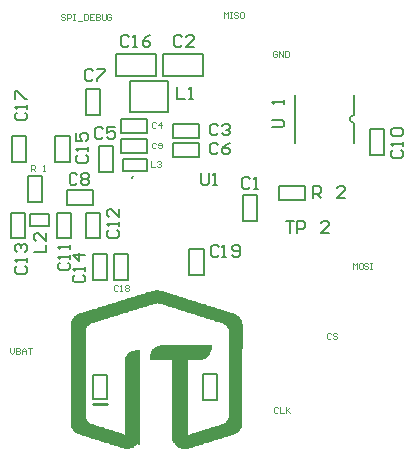
<source format=gto>
%FSLAX44Y44*%
%MOMM*%
G71*
G01*
G75*
G04 Layer_Color=65535*
%ADD10R,0.6000X0.5000*%
%ADD11R,0.5000X0.6000*%
%ADD12R,0.5000X0.5000*%
%ADD13R,1.4000X1.2000*%
%ADD14R,0.2500X0.5000*%
%ADD15C,1.5000*%
%ADD16R,0.2500X0.4000*%
%ADD17R,0.4000X0.2500*%
%ADD18R,3.2000X3.2000*%
%ADD19R,0.5590X1.1940*%
%ADD20R,0.9000X1.3000*%
%ADD21R,0.6000X1.2000*%
%ADD22R,0.6000X2.0000*%
%ADD23C,4.0000*%
%ADD24C,0.2000*%
%ADD25C,0.1500*%
%ADD26C,0.3000*%
%ADD27C,0.5000*%
%ADD28C,0.4500*%
%ADD29R,6.0700X6.0700*%
%ADD30C,0.2540*%
%ADD31C,0.0508*%
%ADD32C,0.1000*%
D24*
X163000Y76425D02*
G03*
X163000Y70075I0J-3175D01*
G01*
X35750Y-165000D02*
X47750D01*
X35750D02*
Y-143000D01*
X47750D01*
Y-165000D02*
Y-143000D01*
X-58000Y-143750D02*
X-46000D01*
Y-163750D02*
Y-143750D01*
X-58000Y-163750D02*
X-46000D01*
X-58000D02*
Y-143750D01*
X-33750Y61250D02*
Y73250D01*
X-11750D01*
Y61250D02*
Y73250D01*
X-33750Y61250D02*
X-11750D01*
X-33500Y44500D02*
Y56500D01*
X-11500D01*
Y44500D02*
Y56500D01*
X-33500Y44500D02*
X-11500D01*
X-32000Y29250D02*
X-12000D01*
Y39250D01*
X-32000D02*
X-12000D01*
X-32000Y29250D02*
Y39250D01*
X-126500Y36750D02*
X-114500D01*
X-126500D02*
Y58750D01*
X-114500D01*
Y36750D02*
Y58750D01*
X-89500Y36750D02*
X-77500D01*
X-89500D02*
Y58750D01*
X-77500D01*
Y36750D02*
Y58750D01*
X-52750Y50250D02*
X-40750D01*
Y28250D02*
Y50250D01*
X-52750Y28250D02*
X-40750D01*
X-52750D02*
Y50250D01*
X-79750Y750D02*
Y12750D01*
X-57750D01*
Y750D02*
Y12750D01*
X-79750Y750D02*
X-57750D01*
X-63500Y-28000D02*
X-51500D01*
X-63500D02*
Y-6000D01*
X-51500D01*
Y-28000D02*
Y-6000D01*
X-88000Y-28000D02*
X-76000D01*
X-88000D02*
Y-6000D01*
X-76000D01*
Y-28000D02*
Y-6000D01*
X-111000Y-17000D02*
X-95000D01*
Y-7000D01*
X-111000D02*
X-95000D01*
X-111000Y-17000D02*
Y-7000D01*
X-127000Y-28000D02*
X-115000D01*
X-127000D02*
Y-6000D01*
X-115000D01*
Y-28000D02*
Y-6000D01*
X-112500Y2750D02*
Y24750D01*
Y2750D02*
X-100500D01*
Y24750D01*
X-112500D02*
X-100500D01*
X-58000Y-63000D02*
X-46000D01*
X-58000D02*
Y-41000D01*
X-46000D01*
Y-63000D02*
Y-41000D01*
X-40000Y-41250D02*
X-28000D01*
Y-63250D02*
Y-41250D01*
X-40000Y-63250D02*
X-28000D01*
X-40000D02*
Y-41250D01*
X24000Y-59000D02*
X36000D01*
X24000D02*
Y-37000D01*
X36000D01*
Y-59000D02*
Y-37000D01*
X99500Y4750D02*
X121500D01*
Y16750D01*
X99500D02*
X121500D01*
X99500Y4750D02*
Y16750D01*
X69500Y8500D02*
X81500D01*
Y-13500D02*
Y8500D01*
X69500Y-13500D02*
X81500D01*
X69500D02*
Y8500D01*
X-24570Y23570D02*
X-23570Y24570D01*
X177000Y64500D02*
X189000D01*
Y42500D02*
Y64500D01*
X177000Y42500D02*
X189000D01*
X177000D02*
Y64500D01*
X163000Y76425D02*
Y93250D01*
Y53250D02*
Y70075D01*
X113000Y53250D02*
Y93250D01*
X-4500Y110000D02*
Y128000D01*
X-38500Y110000D02*
X-4500D01*
X-38500D02*
Y128000D01*
X-4500D01*
X-63750Y76250D02*
X-51750D01*
X-63750D02*
Y98250D01*
X-51750D01*
Y76250D02*
Y98250D01*
X-26500Y105000D02*
X5500D01*
X-26500Y79000D02*
Y105000D01*
Y79000D02*
X5500D01*
Y105000D01*
X1500Y110000D02*
Y128000D01*
X35500D01*
Y110000D02*
Y128000D01*
X1500Y110000D02*
X35500D01*
X32000Y40750D02*
Y52750D01*
X10000Y40750D02*
X32000D01*
X10000D02*
Y52750D01*
X32000D01*
X31750Y57250D02*
Y69250D01*
X9750Y57250D02*
X31750D01*
X9750D02*
Y69250D01*
X31750D01*
X-121581Y78664D02*
X-123247Y76998D01*
Y73666D01*
X-121581Y72000D01*
X-114916D01*
X-113250Y73666D01*
Y76998D01*
X-114916Y78664D01*
X-113250Y81997D02*
Y85329D01*
Y83663D01*
X-123247D01*
X-121581Y81997D01*
X-123247Y90327D02*
Y96992D01*
X-121581D01*
X-114916Y90327D01*
X-113250D01*
X-70331Y42664D02*
X-71997Y40998D01*
Y37666D01*
X-70331Y36000D01*
X-63666D01*
X-62000Y37666D01*
Y40998D01*
X-63666Y42664D01*
X-62000Y45997D02*
Y49329D01*
Y47663D01*
X-71997D01*
X-70331Y45997D01*
X-71997Y60992D02*
Y54327D01*
X-66998D01*
X-68664Y57660D01*
Y59326D01*
X-66998Y60992D01*
X-63666D01*
X-62000Y59326D01*
Y55994D01*
X-63666Y54327D01*
X-48836Y64331D02*
X-50502Y65997D01*
X-53834D01*
X-55500Y64331D01*
Y57666D01*
X-53834Y56000D01*
X-50502D01*
X-48836Y57666D01*
X-38839Y65997D02*
X-45503D01*
Y60998D01*
X-42171Y62664D01*
X-40505D01*
X-38839Y60998D01*
Y57666D01*
X-40505Y56000D01*
X-43837D01*
X-45503Y57666D01*
X-70835Y25831D02*
X-72502Y27497D01*
X-75834D01*
X-77500Y25831D01*
Y19166D01*
X-75834Y17500D01*
X-72502D01*
X-70835Y19166D01*
X-67503Y25831D02*
X-65837Y27497D01*
X-62505D01*
X-60839Y25831D01*
Y24165D01*
X-62505Y22498D01*
X-60839Y20832D01*
Y19166D01*
X-62505Y17500D01*
X-65837D01*
X-67503Y19166D01*
Y20832D01*
X-65837Y22498D01*
X-67503Y24165D01*
Y25831D01*
X-65837Y22498D02*
X-62505D01*
X-44331Y-21086D02*
X-45997Y-22752D01*
Y-26084D01*
X-44331Y-27750D01*
X-37666D01*
X-36000Y-26084D01*
Y-22752D01*
X-37666Y-21086D01*
X-36000Y-17753D02*
Y-14421D01*
Y-16087D01*
X-45997D01*
X-44331Y-17753D01*
X-36000Y-2758D02*
Y-9423D01*
X-42664Y-2758D01*
X-44331D01*
X-45997Y-4424D01*
Y-7756D01*
X-44331Y-9423D01*
X-85831Y-48335D02*
X-87497Y-50002D01*
Y-53334D01*
X-85831Y-55000D01*
X-79166D01*
X-77500Y-53334D01*
Y-50002D01*
X-79166Y-48335D01*
X-77500Y-45003D02*
Y-41671D01*
Y-43337D01*
X-87497D01*
X-85831Y-45003D01*
X-77500Y-36673D02*
Y-33340D01*
Y-35006D01*
X-87497D01*
X-85831Y-36673D01*
X-107497Y-39750D02*
X-97500D01*
Y-33085D01*
Y-23089D02*
Y-29753D01*
X-104164Y-23089D01*
X-105831D01*
X-107497Y-24755D01*
Y-28087D01*
X-105831Y-29753D01*
X-121831Y-51086D02*
X-123497Y-52752D01*
Y-56084D01*
X-121831Y-57750D01*
X-115166D01*
X-113500Y-56084D01*
Y-52752D01*
X-115166Y-51086D01*
X-113500Y-47753D02*
Y-44421D01*
Y-46087D01*
X-123497D01*
X-121831Y-47753D01*
Y-39423D02*
X-123497Y-37756D01*
Y-34424D01*
X-121831Y-32758D01*
X-120164D01*
X-118498Y-34424D01*
Y-36090D01*
Y-34424D01*
X-116832Y-32758D01*
X-115166D01*
X-113500Y-34424D01*
Y-37756D01*
X-115166Y-39423D01*
X-72581Y-58586D02*
X-74247Y-60252D01*
Y-63584D01*
X-72581Y-65250D01*
X-65916D01*
X-64250Y-63584D01*
Y-60252D01*
X-65916Y-58586D01*
X-64250Y-55253D02*
Y-51921D01*
Y-53587D01*
X-74247D01*
X-72581Y-55253D01*
X-64250Y-41924D02*
X-74247D01*
X-69248Y-46923D01*
Y-40258D01*
X48664Y-35419D02*
X46998Y-33753D01*
X43666D01*
X42000Y-35419D01*
Y-42084D01*
X43666Y-43750D01*
X46998D01*
X48664Y-42084D01*
X51997Y-43750D02*
X55329D01*
X53663D01*
Y-33753D01*
X51997Y-35419D01*
X60327Y-42084D02*
X61994Y-43750D01*
X65326D01*
X66992Y-42084D01*
Y-35419D01*
X65326Y-33753D01*
X61994D01*
X60327Y-35419D01*
Y-37085D01*
X61994Y-38752D01*
X66992D01*
X129000Y6250D02*
Y16247D01*
X133998D01*
X135665Y14581D01*
Y11248D01*
X133998Y9582D01*
X129000D01*
X132332D02*
X135665Y6250D01*
X155658D02*
X148994D01*
X155658Y12915D01*
Y14581D01*
X153992Y16247D01*
X150660D01*
X148994Y14581D01*
X105500Y-13003D02*
X112164D01*
X108832D01*
Y-23000D01*
X115497D02*
Y-13003D01*
X120495D01*
X122161Y-14669D01*
Y-18002D01*
X120495Y-19668D01*
X115497D01*
X142155Y-23000D02*
X135490D01*
X142155Y-16336D01*
Y-14669D01*
X140489Y-13003D01*
X137156D01*
X135490Y-14669D01*
X75415Y22331D02*
X73748Y23997D01*
X70416D01*
X68750Y22331D01*
Y15666D01*
X70416Y14000D01*
X73748D01*
X75415Y15666D01*
X78747Y14000D02*
X82079D01*
X80413D01*
Y23997D01*
X78747Y22331D01*
X34250Y27497D02*
Y19166D01*
X35916Y17500D01*
X39248D01*
X40915Y19166D01*
Y27497D01*
X44247Y17500D02*
X47579D01*
X45913D01*
Y27497D01*
X44247Y25831D01*
X196419Y47165D02*
X194753Y45498D01*
Y42166D01*
X196419Y40500D01*
X203084D01*
X204750Y42166D01*
Y45498D01*
X203084Y47165D01*
X204750Y50497D02*
Y53829D01*
Y52163D01*
X194753D01*
X196419Y50497D01*
Y58827D02*
X194753Y60494D01*
Y63826D01*
X196419Y65492D01*
X203084D01*
X204750Y63826D01*
Y60494D01*
X203084Y58827D01*
X196419D01*
X93753Y66000D02*
X102084D01*
X103750Y67666D01*
Y70998D01*
X102084Y72664D01*
X93753D01*
X103750Y85994D02*
Y89326D01*
Y87660D01*
X93753D01*
X95419Y85994D01*
X-27336Y142831D02*
X-29002Y144497D01*
X-32334D01*
X-34000Y142831D01*
Y136166D01*
X-32334Y134500D01*
X-29002D01*
X-27336Y136166D01*
X-24003Y134500D02*
X-20671D01*
X-22337D01*
Y144497D01*
X-24003Y142831D01*
X-9008Y144497D02*
X-12340Y142831D01*
X-15673Y139498D01*
Y136166D01*
X-14006Y134500D01*
X-10674D01*
X-9008Y136166D01*
Y137832D01*
X-10674Y139498D01*
X-15673D01*
X-57586Y113831D02*
X-59252Y115497D01*
X-62584D01*
X-64250Y113831D01*
Y107166D01*
X-62584Y105500D01*
X-59252D01*
X-57586Y107166D01*
X-54253Y115497D02*
X-47589D01*
Y113831D01*
X-54253Y107166D01*
Y105500D01*
X13500Y99997D02*
Y90000D01*
X20164D01*
X23497D02*
X26829D01*
X25163D01*
Y99997D01*
X23497Y98331D01*
X17665Y142831D02*
X15998Y144497D01*
X12666D01*
X11000Y142831D01*
Y136166D01*
X12666Y134500D01*
X15998D01*
X17665Y136166D01*
X27661Y134500D02*
X20997D01*
X27661Y141165D01*
Y142831D01*
X25995Y144497D01*
X22663D01*
X20997Y142831D01*
X48415Y51581D02*
X46748Y53247D01*
X43416D01*
X41750Y51581D01*
Y44916D01*
X43416Y43250D01*
X46748D01*
X48415Y44916D01*
X58411Y53247D02*
X55079Y51581D01*
X51747Y48248D01*
Y44916D01*
X53413Y43250D01*
X56745D01*
X58411Y44916D01*
Y46582D01*
X56745Y48248D01*
X51747D01*
X48415Y67581D02*
X46748Y69247D01*
X43416D01*
X41750Y67581D01*
Y60916D01*
X43416Y59250D01*
X46748D01*
X48415Y60916D01*
X51747Y67581D02*
X53413Y69247D01*
X56745D01*
X58411Y67581D01*
Y65915D01*
X56745Y64248D01*
X55079D01*
X56745D01*
X58411Y62582D01*
Y60916D01*
X56745Y59250D01*
X53413D01*
X51747Y60916D01*
D30*
X-58000Y-167750D02*
X-46000D01*
D31*
X17132Y-205184D02*
X22720D01*
X-31128D02*
X-27064D01*
X15608Y-204676D02*
X24752D01*
X-33160D02*
X-25540D01*
X14592Y-204168D02*
X26276D01*
X-34684D02*
X-24016D01*
X13576Y-203660D02*
X27800D01*
X-36208D02*
X-23508D01*
X13068Y-203152D02*
X29324D01*
X-38240D02*
X-22492D01*
X12560Y-202644D02*
X31356D01*
X-39764D02*
X-21984D01*
X12052Y-202136D02*
X32880D01*
X-41288D02*
X-21476D01*
X11544Y-201628D02*
X34404D01*
X-19444D02*
X-18936D01*
X-42812D02*
X-20968D01*
X11544Y-201120D02*
X35928D01*
X-19444D02*
X-18936D01*
X-44336D02*
X-20460D01*
X11036Y-200612D02*
X37960D01*
X-19444D02*
X-18936D01*
X-45860D02*
X-20460D01*
X10528Y-200104D02*
X39484D01*
X-19444D02*
X-18936D01*
X-47892D02*
X-19952D01*
X10528Y-199596D02*
X41008D01*
X-19444D02*
X-18936D01*
X-49416D02*
X-19952D01*
X10020Y-199088D02*
X42532D01*
X-50940D02*
X-18936D01*
X9512Y-198580D02*
X44056D01*
X-52464D02*
X-18936D01*
X9512Y-198072D02*
X46088D01*
X-53988D02*
X-18936D01*
X9512Y-197564D02*
X47612D01*
X-55512D02*
X-18936D01*
X9512Y-197056D02*
X49136D01*
X-57544D02*
X-18936D01*
X9512Y-196548D02*
X50660D01*
X-59068D02*
X-18936D01*
X9512Y-196040D02*
X52692D01*
X-60592D02*
X-18936D01*
X9512Y-195532D02*
X54216D01*
X-62116D02*
X-18936D01*
X9512Y-195024D02*
X55740D01*
X-63640D02*
X-18936D01*
X9512Y-194516D02*
X57264D01*
X-65164D02*
X-18936D01*
X22720Y-194008D02*
X58788D01*
X9512D02*
X21704D01*
X-67196D02*
X-18936D01*
X24244Y-193500D02*
X60820D01*
X9512D02*
X21704D01*
X-30620D02*
X-18936D01*
X-68720D02*
X-32144D01*
X26276Y-192992D02*
X61836D01*
X9512D02*
X21704D01*
X-30620D02*
X-18936D01*
X-70244D02*
X-33668D01*
X27800Y-192484D02*
X62852D01*
X9512D02*
X21704D01*
X-30620D02*
X-18936D01*
X-71260D02*
X-35192D01*
X29324Y-191976D02*
X63868D01*
X9512D02*
X21704D01*
X-30620D02*
X-18936D01*
X-71768D02*
X-36716D01*
X30848Y-191468D02*
X64376D01*
X9512D02*
X21704D01*
X-30620D02*
X-18936D01*
X-72784D02*
X-38240D01*
X32372Y-190960D02*
X64884D01*
X9512D02*
X21704D01*
X-30620D02*
X-18936D01*
X-73292D02*
X-39764D01*
X34404Y-190452D02*
X65392D01*
X9512D02*
X21704D01*
X-30620D02*
X-18936D01*
X-73800D02*
X-41796D01*
X35928Y-189944D02*
X65900D01*
X9512D02*
X21704D01*
X-30620D02*
X-18936D01*
X-74308D02*
X-43320D01*
X37452Y-189436D02*
X66408D01*
X9512D02*
X21704D01*
X-30620D02*
X-18936D01*
X-74816D02*
X-44844D01*
X38976Y-188928D02*
X66408D01*
X9512D02*
X21704D01*
X-30620D02*
X-18936D01*
X-74816D02*
X-46368D01*
X41008Y-188420D02*
X66916D01*
X9512D02*
X21704D01*
X-30620D02*
X-18936D01*
X-75324D02*
X-47892D01*
X42532Y-187912D02*
X67424D01*
X9512D02*
X21704D01*
X-30620D02*
X-18936D01*
X-75324D02*
X-49416D01*
X44056Y-187404D02*
X67424D01*
X9512D02*
X21704D01*
X-30620D02*
X-18936D01*
X-75832D02*
X-51448D01*
X45580Y-186896D02*
X67424D01*
X9512D02*
X21704D01*
X-30620D02*
X-18936D01*
X-75832D02*
X-52972D01*
X47104Y-186388D02*
X67932D01*
X9512D02*
X21704D01*
X-30620D02*
X-18936D01*
X-75832D02*
X-54496D01*
X49136Y-185880D02*
X67932D01*
X9512D02*
X21704D01*
X-30620D02*
X-18936D01*
X-76340D02*
X-56020D01*
X50660Y-185372D02*
X67932D01*
X9512D02*
X21704D01*
X-30620D02*
X-18936D01*
X-76340D02*
X-57544D01*
X52184Y-184864D02*
X67932D01*
X9512D02*
X21704D01*
X-30620D02*
X-18936D01*
X-76340D02*
X-59068D01*
X53200Y-184356D02*
X67932D01*
X9512D02*
X21704D01*
X-30620D02*
X-18936D01*
X-76340D02*
X-60592D01*
X53708Y-183848D02*
X67932D01*
X9512D02*
X21704D01*
X-30620D02*
X-18936D01*
X-76340D02*
X-61100D01*
X54724Y-183340D02*
X67932D01*
X9512D02*
X21704D01*
X-30620D02*
X-18936D01*
X-76340D02*
X-61608D01*
X55232Y-182832D02*
X67932D01*
X9512D02*
X21704D01*
X-30620D02*
X-18936D01*
X-76340D02*
X-62624D01*
X55740Y-182324D02*
X67932D01*
X9512D02*
X21704D01*
X-30620D02*
X-18936D01*
X-76340D02*
X-62624D01*
X55740Y-181816D02*
X67932D01*
X9512D02*
X21704D01*
X-30620D02*
X-18936D01*
X-76340D02*
X-63132D01*
X56248Y-181308D02*
X67932D01*
X9512D02*
X21704D01*
X-30620D02*
X-18936D01*
X-76340D02*
X-63640D01*
X56756Y-180800D02*
X67932D01*
X9512D02*
X21704D01*
X-30620D02*
X-18936D01*
X-76340D02*
X-63640D01*
X56756Y-180292D02*
X67932D01*
X9512D02*
X21704D01*
X-30620D02*
X-18936D01*
X-76340D02*
X-64148D01*
X56756Y-179784D02*
X67932D01*
X9512D02*
X21704D01*
X-30620D02*
X-18936D01*
X-76340D02*
X-64148D01*
X57264Y-179276D02*
X67932D01*
X9512D02*
X21704D01*
X-30620D02*
X-18936D01*
X-76340D02*
X-64656D01*
X57264Y-178768D02*
X67932D01*
X9512D02*
X21704D01*
X-30620D02*
X-18936D01*
X-76340D02*
X-64656D01*
X57264Y-178260D02*
X67932D01*
X9512D02*
X21704D01*
X-30620D02*
X-18936D01*
X-76340D02*
X-64656D01*
X57264Y-177752D02*
X67932D01*
X9512D02*
X21704D01*
X-30620D02*
X-18936D01*
X-76340D02*
X-64656D01*
X57264Y-177244D02*
X67932D01*
X9512D02*
X21704D01*
X-30620D02*
X-18936D01*
X-76340D02*
X-64656D01*
X57264Y-176736D02*
X67932D01*
X9512D02*
X21704D01*
X-30620D02*
X-18936D01*
X-76340D02*
X-64656D01*
X57264Y-176228D02*
X67932D01*
X9512D02*
X21704D01*
X-30620D02*
X-18936D01*
X-76340D02*
X-64656D01*
X57264Y-175720D02*
X67932D01*
X9512D02*
X21704D01*
X-30620D02*
X-18936D01*
X-76340D02*
X-64656D01*
X57264Y-175212D02*
X67932D01*
X9512D02*
X21704D01*
X-30620D02*
X-18936D01*
X-76340D02*
X-64656D01*
X57264Y-174704D02*
X67932D01*
X9512D02*
X21704D01*
X-30620D02*
X-18936D01*
X-76340D02*
X-64656D01*
X57264Y-174196D02*
X67932D01*
X9512D02*
X21704D01*
X-30620D02*
X-18936D01*
X-76340D02*
X-64656D01*
X57264Y-173688D02*
X67932D01*
X9512D02*
X21704D01*
X-30620D02*
X-18936D01*
X-76340D02*
X-64656D01*
X57264Y-173180D02*
X67932D01*
X9512D02*
X21704D01*
X-30620D02*
X-18936D01*
X-76340D02*
X-64656D01*
X57264Y-172672D02*
X67932D01*
X9512D02*
X21704D01*
X-30620D02*
X-18936D01*
X-76340D02*
X-64656D01*
X57264Y-172164D02*
X67932D01*
X9512D02*
X21704D01*
X-30620D02*
X-18936D01*
X-76340D02*
X-64656D01*
X57264Y-171656D02*
X67932D01*
X9512D02*
X21704D01*
X-30620D02*
X-18936D01*
X-76340D02*
X-64656D01*
X57264Y-171148D02*
X67932D01*
X9512D02*
X21704D01*
X-30620D02*
X-18936D01*
X-76340D02*
X-64656D01*
X57264Y-170640D02*
X67932D01*
X9512D02*
X21704D01*
X-30620D02*
X-18936D01*
X-76340D02*
X-64656D01*
X57264Y-170132D02*
X67932D01*
X9512D02*
X21704D01*
X-30620D02*
X-18936D01*
X-76340D02*
X-64656D01*
X57264Y-169624D02*
X67932D01*
X9512D02*
X21704D01*
X-30620D02*
X-18936D01*
X-76340D02*
X-64656D01*
X57264Y-169116D02*
X67932D01*
X9512D02*
X21704D01*
X-30620D02*
X-18936D01*
X-76340D02*
X-64656D01*
X57264Y-168608D02*
X67932D01*
X9512D02*
X21704D01*
X-30620D02*
X-18936D01*
X-76340D02*
X-64656D01*
X57264Y-168100D02*
X67932D01*
X9512D02*
X21704D01*
X-30620D02*
X-18936D01*
X-76340D02*
X-64656D01*
X57264Y-167592D02*
X67932D01*
X9512D02*
X21704D01*
X-30620D02*
X-18936D01*
X-76340D02*
X-64656D01*
X57264Y-167084D02*
X67932D01*
X9512D02*
X21704D01*
X-30620D02*
X-18936D01*
X-76340D02*
X-64656D01*
X57264Y-166576D02*
X67932D01*
X9512D02*
X21704D01*
X-30620D02*
X-18936D01*
X-76340D02*
X-64656D01*
X57264Y-166068D02*
X67932D01*
X9512D02*
X21704D01*
X-30620D02*
X-18936D01*
X-76340D02*
X-64656D01*
X57264Y-165560D02*
X67932D01*
X9512D02*
X21704D01*
X-30620D02*
X-18936D01*
X-76340D02*
X-64656D01*
X57264Y-165052D02*
X67932D01*
X9512D02*
X21704D01*
X-30620D02*
X-18936D01*
X-76340D02*
X-64656D01*
X57264Y-164544D02*
X67932D01*
X9512D02*
X21704D01*
X-30620D02*
X-18936D01*
X-76340D02*
X-64656D01*
X57264Y-164036D02*
X67932D01*
X9512D02*
X21704D01*
X-30620D02*
X-18936D01*
X-76340D02*
X-64656D01*
X57264Y-163528D02*
X67932D01*
X9512D02*
X21704D01*
X-30620D02*
X-18936D01*
X-76340D02*
X-64656D01*
X57264Y-163020D02*
X67932D01*
X9512D02*
X21704D01*
X-30620D02*
X-18936D01*
X-76340D02*
X-64656D01*
X57264Y-162512D02*
X67932D01*
X9512D02*
X21704D01*
X-30620D02*
X-18936D01*
X-76340D02*
X-64656D01*
X57264Y-162004D02*
X67932D01*
X9512D02*
X21704D01*
X-30620D02*
X-18936D01*
X-76340D02*
X-64656D01*
X57264Y-161496D02*
X67932D01*
X9512D02*
X21704D01*
X-30620D02*
X-18936D01*
X-76340D02*
X-64656D01*
X57264Y-160988D02*
X67932D01*
X9512D02*
X21704D01*
X-30620D02*
X-18936D01*
X-76340D02*
X-64656D01*
X57264Y-160480D02*
X67932D01*
X9512D02*
X21704D01*
X-30620D02*
X-18936D01*
X-76340D02*
X-64656D01*
X57264Y-159972D02*
X67932D01*
X9512D02*
X21704D01*
X-30620D02*
X-18936D01*
X-76340D02*
X-64656D01*
X57264Y-159464D02*
X67932D01*
X9512D02*
X21704D01*
X-30620D02*
X-18936D01*
X-76340D02*
X-64656D01*
X57264Y-158956D02*
X67932D01*
X9512D02*
X21704D01*
X-30620D02*
X-18936D01*
X-76340D02*
X-64656D01*
X57264Y-158448D02*
X67932D01*
X9512D02*
X21704D01*
X-30620D02*
X-18936D01*
X-76340D02*
X-64656D01*
X57264Y-157940D02*
X67932D01*
X9512D02*
X21704D01*
X-30620D02*
X-18936D01*
X-76340D02*
X-64656D01*
X57264Y-157432D02*
X67932D01*
X9512D02*
X21704D01*
X-30620D02*
X-18936D01*
X-76340D02*
X-64656D01*
X57264Y-156924D02*
X67932D01*
X9512D02*
X21704D01*
X-30620D02*
X-18936D01*
X-76340D02*
X-64656D01*
X57264Y-156416D02*
X67932D01*
X9512D02*
X21704D01*
X-30620D02*
X-18936D01*
X-76340D02*
X-64656D01*
X57264Y-155908D02*
X67932D01*
X9512D02*
X21704D01*
X-30620D02*
X-18936D01*
X-76340D02*
X-64656D01*
X57264Y-155400D02*
X67932D01*
X9512D02*
X21704D01*
X-30620D02*
X-18936D01*
X-76340D02*
X-64656D01*
X57264Y-154892D02*
X67932D01*
X9512D02*
X21704D01*
X-30620D02*
X-18936D01*
X-76340D02*
X-64656D01*
X57264Y-154384D02*
X67932D01*
X9512D02*
X21704D01*
X-30620D02*
X-18936D01*
X-76340D02*
X-64656D01*
X57264Y-153876D02*
X67932D01*
X9512D02*
X21704D01*
X-30620D02*
X-18936D01*
X-76340D02*
X-64656D01*
X57264Y-153368D02*
X67932D01*
X9512D02*
X21704D01*
X-30620D02*
X-18936D01*
X-76340D02*
X-64656D01*
X57264Y-152860D02*
X67932D01*
X9512D02*
X21704D01*
X-30620D02*
X-18936D01*
X-76340D02*
X-64656D01*
X57264Y-152352D02*
X67932D01*
X9512D02*
X21704D01*
X-30620D02*
X-18936D01*
X-76340D02*
X-64656D01*
X57264Y-151844D02*
X67932D01*
X9512D02*
X21704D01*
X-30620D02*
X-18936D01*
X-76340D02*
X-64656D01*
X57264Y-151336D02*
X67932D01*
X9512D02*
X21704D01*
X-30620D02*
X-18936D01*
X-76340D02*
X-64656D01*
X57264Y-150828D02*
X67932D01*
X9512D02*
X21704D01*
X-30620D02*
X-18936D01*
X-76340D02*
X-64656D01*
X57264Y-150320D02*
X67932D01*
X9512D02*
X21704D01*
X-30620D02*
X-18936D01*
X-76340D02*
X-64656D01*
X57264Y-149812D02*
X67932D01*
X9512D02*
X21704D01*
X-30620D02*
X-18936D01*
X-76340D02*
X-64656D01*
X57264Y-149304D02*
X67932D01*
X9512D02*
X21704D01*
X-30620D02*
X-18936D01*
X-76340D02*
X-64656D01*
X57264Y-148796D02*
X67932D01*
X9512D02*
X21704D01*
X-30620D02*
X-18936D01*
X-76340D02*
X-64656D01*
X57264Y-148288D02*
X67932D01*
X9512D02*
X21704D01*
X-30620D02*
X-18936D01*
X-76340D02*
X-64656D01*
X57264Y-147780D02*
X67932D01*
X9512D02*
X21704D01*
X-30620D02*
X-18936D01*
X-76340D02*
X-64656D01*
X57264Y-147272D02*
X67932D01*
X9512D02*
X21704D01*
X-30620D02*
X-18936D01*
X-76340D02*
X-64656D01*
X57264Y-146764D02*
X67932D01*
X9512D02*
X21704D01*
X-30620D02*
X-18936D01*
X-76340D02*
X-64656D01*
X57264Y-146256D02*
X67932D01*
X9512D02*
X21704D01*
X-30620D02*
X-18936D01*
X-76340D02*
X-64656D01*
X57264Y-145748D02*
X67932D01*
X9512D02*
X21704D01*
X-30620D02*
X-18936D01*
X-76340D02*
X-64656D01*
X57264Y-145240D02*
X67932D01*
X9512D02*
X21704D01*
X-30620D02*
X-18936D01*
X-76340D02*
X-64656D01*
X57264Y-144732D02*
X67932D01*
X9512D02*
X21704D01*
X-30620D02*
X-18936D01*
X-76340D02*
X-64656D01*
X57264Y-144224D02*
X67932D01*
X9512D02*
X21704D01*
X-30620D02*
X-18936D01*
X-76340D02*
X-64656D01*
X57264Y-143716D02*
X67932D01*
X9512D02*
X21704D01*
X-30620D02*
X-18936D01*
X-76340D02*
X-64656D01*
X57264Y-143208D02*
X67932D01*
X9512D02*
X21704D01*
X-30620D02*
X-18936D01*
X-76340D02*
X-64656D01*
X57264Y-142700D02*
X67932D01*
X9512D02*
X21704D01*
X-30620D02*
X-18936D01*
X-76340D02*
X-64656D01*
X57264Y-142192D02*
X67932D01*
X9512D02*
X21704D01*
X-30620D02*
X-18936D01*
X-76340D02*
X-64656D01*
X57264Y-141684D02*
X67932D01*
X9512D02*
X21704D01*
X-30620D02*
X-18936D01*
X-76340D02*
X-64656D01*
X57264Y-141176D02*
X67932D01*
X9512D02*
X21704D01*
X-30620D02*
X-18936D01*
X-76340D02*
X-64656D01*
X57264Y-140668D02*
X67932D01*
X9512D02*
X21704D01*
X-30620D02*
X-18936D01*
X-76340D02*
X-64656D01*
X57264Y-140160D02*
X67932D01*
X9512D02*
X21704D01*
X-30620D02*
X-18936D01*
X-76340D02*
X-64656D01*
X57264Y-139652D02*
X67932D01*
X9512D02*
X21704D01*
X-30620D02*
X-18936D01*
X-76340D02*
X-64656D01*
X57264Y-139144D02*
X67932D01*
X9512D02*
X21704D01*
X-30620D02*
X-18936D01*
X-76340D02*
X-64656D01*
X57264Y-138636D02*
X67932D01*
X9512D02*
X21704D01*
X-30620D02*
X-18936D01*
X-76340D02*
X-64656D01*
X57264Y-138128D02*
X67932D01*
X9512D02*
X21704D01*
X-30620D02*
X-18936D01*
X-76340D02*
X-64656D01*
X57264Y-137620D02*
X67932D01*
X9512D02*
X21704D01*
X-30620D02*
X-18936D01*
X-76340D02*
X-64656D01*
X57264Y-137112D02*
X67932D01*
X9512D02*
X21704D01*
X-30620D02*
X-18936D01*
X-76340D02*
X-64656D01*
X57264Y-136604D02*
X67932D01*
X9512D02*
X21704D01*
X-30620D02*
X-18936D01*
X-76340D02*
X-64656D01*
X57264Y-136096D02*
X67932D01*
X9512D02*
X21704D01*
X-30620D02*
X-18936D01*
X-76340D02*
X-64656D01*
X57264Y-135588D02*
X67932D01*
X9512D02*
X21704D01*
X-30620D02*
X-18936D01*
X-76340D02*
X-64656D01*
X57264Y-135080D02*
X67932D01*
X9512D02*
X21704D01*
X-30620D02*
X-18936D01*
X-76340D02*
X-64656D01*
X57264Y-134572D02*
X67932D01*
X9512D02*
X21704D01*
X-30620D02*
X-18936D01*
X-76340D02*
X-64656D01*
X57264Y-134064D02*
X67932D01*
X9512D02*
X21704D01*
X-30620D02*
X-18936D01*
X-76340D02*
X-64656D01*
X57264Y-133556D02*
X67932D01*
X9512D02*
X21704D01*
X-30620D02*
X-18936D01*
X-76340D02*
X-64656D01*
X57264Y-133048D02*
X67932D01*
X9512D02*
X21704D01*
X-30620D02*
X-18936D01*
X-76340D02*
X-64656D01*
X57264Y-132540D02*
X67932D01*
X9512D02*
X21704D01*
X-30620D02*
X-18936D01*
X-76340D02*
X-64656D01*
X57264Y-132032D02*
X67932D01*
X9512D02*
X21704D01*
X-30620D02*
X-18936D01*
X-76340D02*
X-64656D01*
X57264Y-131524D02*
X67932D01*
X9512D02*
X21704D01*
X-30620D02*
X-18936D01*
X-76340D02*
X-64656D01*
X57264Y-131016D02*
X67932D01*
X9512D02*
X21704D01*
X-30620D02*
X-18936D01*
X-76340D02*
X-64656D01*
X57264Y-130508D02*
X67932D01*
X9512D02*
X21704D01*
X-30620D02*
X-18936D01*
X-76340D02*
X-64656D01*
X57264Y-130000D02*
X67932D01*
X-9284D02*
X34404D01*
X-30620D02*
X-18936D01*
X-76340D02*
X-64656D01*
X57264Y-129492D02*
X67932D01*
X-9284D02*
X35928D01*
X-30620D02*
X-18936D01*
X-76340D02*
X-64656D01*
X57264Y-128984D02*
X67932D01*
X-9284D02*
X36944D01*
X-30112D02*
X-18936D01*
X-76340D02*
X-64656D01*
X57264Y-128476D02*
X67932D01*
X-9284D02*
X37452D01*
X-30112D02*
X-18936D01*
X-76340D02*
X-64656D01*
X57264Y-127968D02*
X67932D01*
X-9284D02*
X38468D01*
X-29604D02*
X-18936D01*
X-76340D02*
X-64656D01*
X57264Y-127460D02*
X67932D01*
X-9284D02*
X38976D01*
X-29604D02*
X-18936D01*
X-76340D02*
X-64656D01*
X57264Y-126952D02*
X67932D01*
X-9284D02*
X39484D01*
X-29096D02*
X-18936D01*
X-76340D02*
X-64656D01*
X57264Y-126444D02*
X67932D01*
X-9284D02*
X39484D01*
X-29096D02*
X-18936D01*
X-76340D02*
X-64656D01*
X57264Y-125936D02*
X67932D01*
X-9284D02*
X39992D01*
X-28588D02*
X-18936D01*
X-76340D02*
X-64656D01*
X57772Y-125428D02*
X67932D01*
X-8776D02*
X40500D01*
X-28080D02*
X-18936D01*
X-76340D02*
X-64656D01*
X57772Y-124920D02*
X67932D01*
X-8776D02*
X40500D01*
X-27572D02*
X-18936D01*
X-76340D02*
X-64656D01*
X57772Y-124412D02*
X67932D01*
X-8776D02*
X41008D01*
X-27064D02*
X-18936D01*
X-76340D02*
X-64656D01*
X57772Y-123904D02*
X67932D01*
X-8268D02*
X41008D01*
X-26048D02*
X-18936D01*
X-76340D02*
X-64656D01*
X57772Y-123396D02*
X67932D01*
X-8268D02*
X41516D01*
X-25540D02*
X-18936D01*
X-76340D02*
X-64656D01*
X57772Y-122888D02*
X67932D01*
X-7760D02*
X41516D01*
X-24016D02*
X-18936D01*
X-76340D02*
X-64656D01*
X57772Y-122380D02*
X67932D01*
X-7252D02*
X41516D01*
X-21984D02*
X-18936D01*
X-76340D02*
X-64656D01*
X57772Y-121872D02*
X67932D01*
X-7252D02*
X42024D01*
X-76340D02*
X-64656D01*
X57772Y-121364D02*
X67932D01*
X-6744D02*
X42024D01*
X-76340D02*
X-64656D01*
X57772Y-120856D02*
X67932D01*
X-6236D02*
X42024D01*
X-76340D02*
X-64656D01*
X57772Y-120348D02*
X68440D01*
X-5220D02*
X42024D01*
X-76340D02*
X-64656D01*
X57772Y-119840D02*
X68440D01*
X-4712D02*
X42024D01*
X-76340D02*
X-64656D01*
X57772Y-119332D02*
X68440D01*
X-3696D02*
X42024D01*
X-76340D02*
X-64656D01*
X57772Y-118824D02*
X68440D01*
X-2680D02*
X42024D01*
X-76340D02*
X-64656D01*
X57772Y-118316D02*
X68440D01*
X-648D02*
X42024D01*
X-76340D02*
X-64656D01*
X57772Y-117808D02*
X68440D01*
X-76340D02*
X-64656D01*
X57772Y-117300D02*
X68440D01*
X-76340D02*
X-64656D01*
X57772Y-116792D02*
X68440D01*
X-76340D02*
X-64656D01*
X57772Y-116284D02*
X68440D01*
X-76340D02*
X-64656D01*
X57772Y-115776D02*
X68440D01*
X-76340D02*
X-64656D01*
X57772Y-115268D02*
X68440D01*
X-76340D02*
X-64656D01*
X57772Y-114760D02*
X68440D01*
X-76340D02*
X-64656D01*
X57772Y-114252D02*
X68440D01*
X-76340D02*
X-64656D01*
X57772Y-113744D02*
X68440D01*
X-76340D02*
X-64656D01*
X57772Y-113236D02*
X68440D01*
X-76340D02*
X-64656D01*
X57772Y-112728D02*
X68440D01*
X-76340D02*
X-64656D01*
X57772Y-112220D02*
X68440D01*
X-76340D02*
X-64656D01*
X57772Y-111712D02*
X68440D01*
X-76340D02*
X-64656D01*
X57772Y-111204D02*
X68440D01*
X-76340D02*
X-64656D01*
X57772Y-110696D02*
X68440D01*
X-76340D02*
X-64656D01*
X57772Y-110188D02*
X68440D01*
X-76340D02*
X-64656D01*
X57772Y-109680D02*
X68440D01*
X-76340D02*
X-64656D01*
X57772Y-109172D02*
X68440D01*
X-76340D02*
X-64656D01*
X57772Y-108664D02*
X68440D01*
X-76340D02*
X-64656D01*
X57772Y-108156D02*
X68440D01*
X-76340D02*
X-64656D01*
X57772Y-107648D02*
X68440D01*
X-76340D02*
X-64656D01*
X57772Y-107140D02*
X68440D01*
X-76340D02*
X-64656D01*
X57264Y-106632D02*
X68440D01*
X-76340D02*
X-64656D01*
X57264Y-106124D02*
X68440D01*
X-76340D02*
X-64656D01*
X57264Y-105616D02*
X68440D01*
X-76340D02*
X-64656D01*
X57264Y-105108D02*
X68440D01*
X-76340D02*
X-64656D01*
X57264Y-104600D02*
X68440D01*
X-76340D02*
X-64148D01*
X56756Y-104092D02*
X68440D01*
X-76340D02*
X-64148D01*
X56756Y-103584D02*
X68440D01*
X-76340D02*
X-64148D01*
X56248Y-103076D02*
X68440D01*
X-76340D02*
X-63640D01*
X56248Y-102568D02*
X68440D01*
X-76340D02*
X-63640D01*
X55740Y-102060D02*
X68440D01*
X-76340D02*
X-63132D01*
X55232Y-101552D02*
X68440D01*
X-76340D02*
X-62624D01*
X54724Y-101044D02*
X68440D01*
X-76340D02*
X-62116D01*
X54216Y-100536D02*
X68440D01*
X-76340D02*
X-61608D01*
X53200Y-100028D02*
X67932D01*
X-76340D02*
X-61100D01*
X52692Y-99520D02*
X67932D01*
X-76340D02*
X-60084D01*
X51168Y-99012D02*
X67932D01*
X-76340D02*
X-58560D01*
X49644Y-98504D02*
X67932D01*
X-75832D02*
X-57036D01*
X48120Y-97996D02*
X67932D01*
X-75832D02*
X-55512D01*
X46088Y-97488D02*
X67424D01*
X-75832D02*
X-53988D01*
X44564Y-96980D02*
X67424D01*
X-75324D02*
X-51956D01*
X43040Y-96472D02*
X66916D01*
X-75324D02*
X-50432D01*
X41516Y-95964D02*
X66916D01*
X-74816D02*
X-48908D01*
X39992Y-95456D02*
X66408D01*
X-74816D02*
X-47384D01*
X38468Y-94948D02*
X65900D01*
X-74308D02*
X-45860D01*
X36436Y-94440D02*
X65900D01*
X-73800D02*
X-43828D01*
X34912Y-93932D02*
X65392D01*
X-73292D02*
X-42304D01*
X33388Y-93424D02*
X64884D01*
X-72784D02*
X-40780D01*
X31864Y-92916D02*
X63868D01*
X-72276D02*
X-39256D01*
X30340Y-92408D02*
X63360D01*
X-71768D02*
X-37224D01*
X28816Y-91900D02*
X62344D01*
X-70752D02*
X-35700D01*
X26784Y-91392D02*
X60820D01*
X-69228D02*
X-34176D01*
X25260Y-90884D02*
X59296D01*
X-67704D02*
X-32652D01*
X23736Y-90376D02*
X57772D01*
X-66180D02*
X-31128D01*
X22212Y-89868D02*
X56248D01*
X-64656D02*
X-29096D01*
X20688Y-89360D02*
X54724D01*
X-63132D02*
X-27572D01*
X19164Y-88852D02*
X52692D01*
X-61100D02*
X-26048D01*
X17132Y-88344D02*
X51168D01*
X-59576D02*
X-24524D01*
X15608Y-87836D02*
X49644D01*
X-58052D02*
X-22492D01*
X14084Y-87328D02*
X48120D01*
X-56528D02*
X-20968D01*
X12560Y-86820D02*
X46596D01*
X-54496D02*
X-19444D01*
X11036Y-86312D02*
X45072D01*
X-52972D02*
X-17920D01*
X9512Y-85804D02*
X43040D01*
X-51448D02*
X-16396D01*
X7480Y-85296D02*
X41516D01*
X-49924D02*
X-14364D01*
X5956Y-84788D02*
X39992D01*
X-48400D02*
X-12840D01*
X4432Y-84280D02*
X38468D01*
X-46368D02*
X-11316D01*
X2908Y-83772D02*
X36944D01*
X-44844D02*
X-9792D01*
X1384Y-83264D02*
X35420D01*
X-43320D02*
X-7760D01*
X-140Y-82756D02*
X33388D01*
X-41796D02*
X-6236D01*
X-2172Y-82248D02*
X31864D01*
X-39764D02*
X-4204D01*
X-38240Y-81740D02*
X30340D01*
X-36716Y-81232D02*
X28816D01*
X-35192Y-80724D02*
X27292D01*
X-33668Y-80216D02*
X25768D01*
X-31636Y-79708D02*
X23736D01*
X-30112Y-79200D02*
X22212D01*
X-28588Y-78692D02*
X20688D01*
X-27064Y-78184D02*
X19164D01*
X-25032Y-77676D02*
X17640D01*
X-23508Y-77168D02*
X16116D01*
X-21984Y-76660D02*
X14084D01*
X-20460Y-76152D02*
X12560D01*
X-18936Y-75644D02*
X11036D01*
X-16904Y-75136D02*
X9512D01*
X-15380Y-74628D02*
X7988D01*
X-13856Y-74120D02*
X6464D01*
X-12332Y-73612D02*
X4432D01*
X-10300Y-73104D02*
X2908D01*
X-8776Y-72596D02*
X1384D01*
X-7252Y-72088D02*
X-140D01*
X-4712Y-71580D02*
X-2680D01*
D32*
X-4418Y69415D02*
X-5251Y70248D01*
X-6917D01*
X-7750Y69415D01*
Y66083D01*
X-6917Y65250D01*
X-5251D01*
X-4418Y66083D01*
X-253Y65250D02*
Y70248D01*
X-2752Y67749D01*
X581D01*
X-4168Y52415D02*
X-5001Y53248D01*
X-6667D01*
X-7500Y52415D01*
Y49083D01*
X-6667Y48250D01*
X-5001D01*
X-4168Y49083D01*
X-2502D02*
X-1669Y48250D01*
X-3D01*
X831Y49083D01*
Y52415D01*
X-3Y53248D01*
X-1669D01*
X-2502Y52415D01*
Y51582D01*
X-1669Y50749D01*
X831D01*
X-8500Y37498D02*
Y32500D01*
X-5168D01*
X-3502Y36665D02*
X-2669Y37498D01*
X-1002D01*
X-169Y36665D01*
Y35832D01*
X-1002Y34999D01*
X-1836D01*
X-1002D01*
X-169Y34166D01*
Y33333D01*
X-1002Y32500D01*
X-2669D01*
X-3502Y33333D01*
X-109750Y29000D02*
Y33998D01*
X-107251D01*
X-106418Y33165D01*
Y31499D01*
X-107251Y30666D01*
X-109750D01*
X-108084D02*
X-106418Y29000D01*
X-99753D02*
X-98087D01*
X-98920D01*
Y33998D01*
X-99753Y33165D01*
X-36168Y-68585D02*
X-37001Y-67752D01*
X-38667D01*
X-39500Y-68585D01*
Y-71917D01*
X-38667Y-72750D01*
X-37001D01*
X-36168Y-71917D01*
X-34502Y-72750D02*
X-32836D01*
X-33669D01*
Y-67752D01*
X-34502Y-68585D01*
X-30336D02*
X-29503Y-67752D01*
X-27837D01*
X-27004Y-68585D01*
Y-69418D01*
X-27837Y-70251D01*
X-27004Y-71084D01*
Y-71917D01*
X-27837Y-72750D01*
X-29503D01*
X-30336Y-71917D01*
Y-71084D01*
X-29503Y-70251D01*
X-30336Y-69418D01*
Y-68585D01*
X-29503Y-70251D02*
X-27837D01*
X-81168Y161415D02*
X-82001Y162248D01*
X-83667D01*
X-84500Y161415D01*
Y160582D01*
X-83667Y159749D01*
X-82001D01*
X-81168Y158916D01*
Y158083D01*
X-82001Y157250D01*
X-83667D01*
X-84500Y158083D01*
X-79502Y157250D02*
Y162248D01*
X-77003D01*
X-76169Y161415D01*
Y159749D01*
X-77003Y158916D01*
X-79502D01*
X-74503Y162248D02*
X-72837D01*
X-73670D01*
Y157250D01*
X-74503D01*
X-72837D01*
X-70338Y156417D02*
X-67006D01*
X-65340Y162248D02*
Y157250D01*
X-62840D01*
X-62007Y158083D01*
Y161415D01*
X-62840Y162248D01*
X-65340D01*
X-57009D02*
X-60341D01*
Y157250D01*
X-57009D01*
X-60341Y159749D02*
X-58675D01*
X-55343Y162248D02*
Y157250D01*
X-52844D01*
X-52011Y158083D01*
Y158916D01*
X-52844Y159749D01*
X-55343D01*
X-52844D01*
X-52011Y160582D01*
Y161415D01*
X-52844Y162248D01*
X-55343D01*
X-50345D02*
Y158083D01*
X-49511Y157250D01*
X-47845D01*
X-47012Y158083D01*
Y162248D01*
X-42014Y161415D02*
X-42847Y162248D01*
X-44513D01*
X-45346Y161415D01*
Y158083D01*
X-44513Y157250D01*
X-42847D01*
X-42014Y158083D01*
Y159749D01*
X-43680D01*
X162250Y-53500D02*
Y-48502D01*
X163916Y-50168D01*
X165582Y-48502D01*
Y-53500D01*
X169748Y-48502D02*
X168081D01*
X167248Y-49335D01*
Y-52667D01*
X168081Y-53500D01*
X169748D01*
X170581Y-52667D01*
Y-49335D01*
X169748Y-48502D01*
X175579Y-49335D02*
X174746Y-48502D01*
X173080D01*
X172247Y-49335D01*
Y-50168D01*
X173080Y-51001D01*
X174746D01*
X175579Y-51834D01*
Y-52667D01*
X174746Y-53500D01*
X173080D01*
X172247Y-52667D01*
X177245Y-48502D02*
X178911D01*
X178078D01*
Y-53500D01*
X177245D01*
X178911D01*
X53000Y159000D02*
Y163998D01*
X54666Y162332D01*
X56332Y163998D01*
Y159000D01*
X57998Y163998D02*
X59665D01*
X58831D01*
Y159000D01*
X57998D01*
X59665D01*
X65496Y163165D02*
X64663Y163998D01*
X62997D01*
X62164Y163165D01*
Y162332D01*
X62997Y161499D01*
X64663D01*
X65496Y160666D01*
Y159833D01*
X64663Y159000D01*
X62997D01*
X62164Y159833D01*
X69661Y163998D02*
X67995D01*
X67162Y163165D01*
Y159833D01*
X67995Y159000D01*
X69661D01*
X70494Y159833D01*
Y163165D01*
X69661Y163998D01*
X143582Y-108585D02*
X142749Y-107752D01*
X141083D01*
X140250Y-108585D01*
Y-111917D01*
X141083Y-112750D01*
X142749D01*
X143582Y-111917D01*
X148581Y-108585D02*
X147748Y-107752D01*
X146081D01*
X145248Y-108585D01*
Y-109418D01*
X146081Y-110251D01*
X147748D01*
X148581Y-111084D01*
Y-111917D01*
X147748Y-112750D01*
X146081D01*
X145248Y-111917D01*
X99332Y-171585D02*
X98499Y-170752D01*
X96833D01*
X96000Y-171585D01*
Y-174917D01*
X96833Y-175750D01*
X98499D01*
X99332Y-174917D01*
X100998Y-170752D02*
Y-175750D01*
X104331D01*
X105997Y-170752D02*
Y-175750D01*
Y-174084D01*
X109329Y-170752D01*
X106830Y-173251D01*
X109329Y-175750D01*
X-127500Y-120502D02*
Y-123834D01*
X-125834Y-125500D01*
X-124168Y-123834D01*
Y-120502D01*
X-122502D02*
Y-125500D01*
X-120002D01*
X-119169Y-124667D01*
Y-123834D01*
X-120002Y-123001D01*
X-122502D01*
X-120002D01*
X-119169Y-122168D01*
Y-121335D01*
X-120002Y-120502D01*
X-122502D01*
X-117503Y-125500D02*
Y-122168D01*
X-115837Y-120502D01*
X-114171Y-122168D01*
Y-125500D01*
Y-123001D01*
X-117503D01*
X-112505Y-120502D02*
X-109173D01*
X-110839D01*
Y-125500D01*
X98082Y129915D02*
X97249Y130748D01*
X95583D01*
X94750Y129915D01*
Y126583D01*
X95583Y125750D01*
X97249D01*
X98082Y126583D01*
Y128249D01*
X96416D01*
X99748Y125750D02*
Y130748D01*
X103081Y125750D01*
Y130748D01*
X104747D02*
Y125750D01*
X107246D01*
X108079Y126583D01*
Y129915D01*
X107246Y130748D01*
X104747D01*
M02*

</source>
